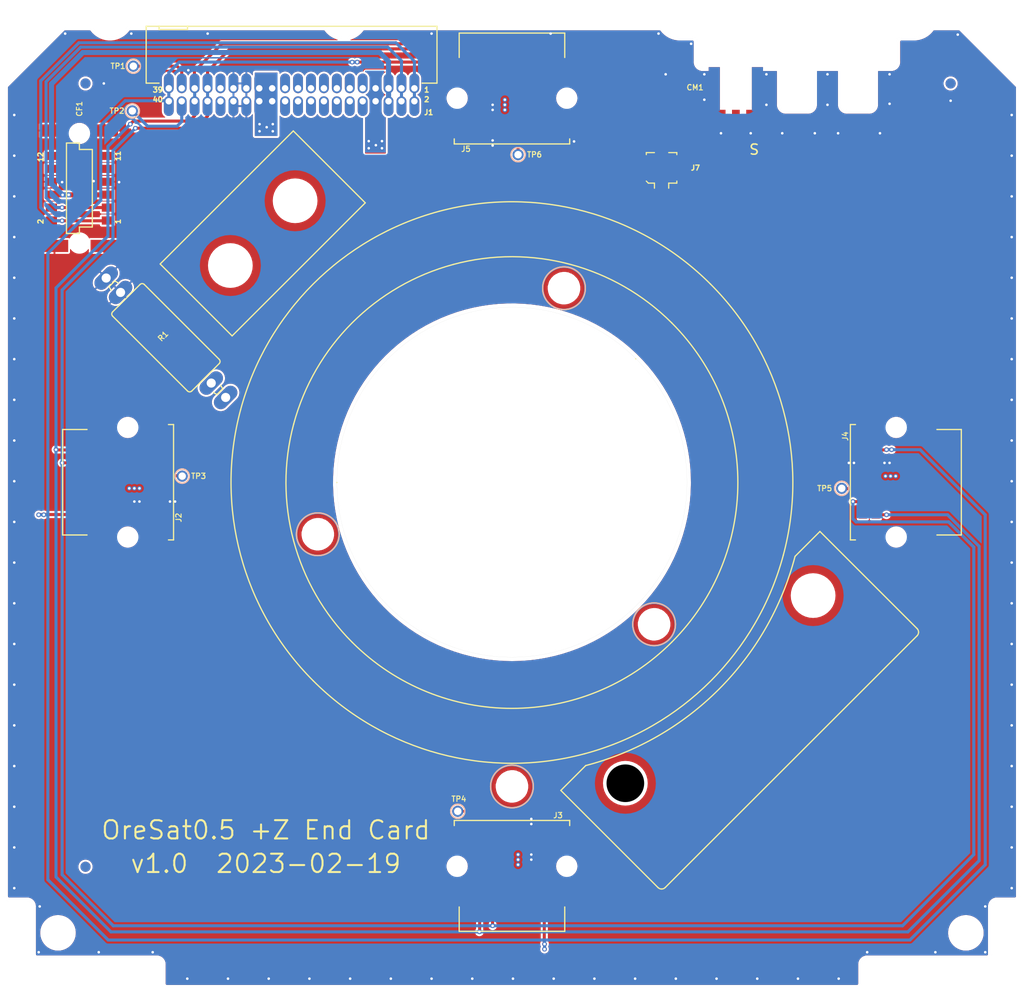
<source format=kicad_pcb>
(kicad_pcb (version 20211014) (generator pcbnew)
  (layers (0 "F.Cu" signal) (1 "In1.Cu" signal) (2 "In2.Cu" signal) (31 "B.Cu" signal) (34 "B.Paste" user) (35 "F.Paste" user) (36 "B.SilkS" user "B.Silkscreen") (37 "F.SilkS" user "F.Silkscreen") (38 "B.Mask" user) (39 "F.Mask" user) (44 "Edge.Cuts" user))
  (net 0 "")
  (net 1 "/MAG-SDA")
  (net 2 "GND")
  (net 3 "/MAG-SCL")
  (net 4 "/MAG-POWER")
  (net 9 "/HELICAL-DEPLOY")
  (net 10 "/CAN1_H")
  (net 17 "/CAN1_L")
  (net 18 "VBUS")
  (net 19 "Net-(J2-Pad7)")
  (net 20 "/C3-UART-TX")
  (net 21 "/C3-UART-RX")
  (net 22 "Net-(J3-Pad7)")
  (net 23 "Net-(J4-Pad7)")
  (net 24 "/~{SD}")
  (net 25 "/S BAND")
  (net 26 "Net-(J5-Pad7)")
  (footprint "oresat-connectors:J-SAMTEC-TFM-120-X1-XXX-D-RA" (layer "F.Cu") (at 126.8476 64.4144)
    (fp_text reference "J1")
    (fp_text value "J-SAMTEC-TFM-120-01-L-D-RA")
  )
  (footprint "oresat-footprints:J-Harwin-M55-7101242R" (layer "F.Cu") (at 186.2511 102.5036 90)
    (fp_text reference "J4")
    (fp_text value "Harwin M55-7101242R" hide)
  )
  (footprint "oresat-misc:M1.6 Mounting Hole" (layer "F.Cu") (at 162.466457 116.47069)
    (fp_text reference "HW6" hide)
    (fp_text value "M1.6_Mounting_Hole" hide)
  )
  (footprint "oresat-misc:M1.6 Mounting Hole" (layer "F.Cu") (at 129.424063 107.617007)
    (fp_text reference "HW5" hide)
    (fp_text value "M1.6_Mounting_Hole" hide)
  )
  (footprint "plusz-end-card-with-turnstile:1X01" (layer "F.Cu") (at 149.1011 70.3036 90)
    (fp_text reference "TP6")
    (fp_text value "TEST-POINT-LARGE-SQUARE" hide)
  )
  (footprint "oresat-footprints:H-MCMASTER-94100A150" (layer "F.Cu") (at 159.641565 132.094214)
    (fp_text reference "HW2" hide)
    (fp_text value "MCMASTER-94100A150" hide)
  )
  (footprint "oresat-footprints:H-MCMASTER-94100A150" (layer "F.Cu") (at 120.83201 81.200204)
    (fp_text reference "HW3" hide)
    (fp_text value "MCMASTER-94100A150" hide)
  )
  (footprint "plusz-end-card-with-turnstile:1X01" (layer "F.Cu") (at 116.1011 101.9036 90)
    (fp_text reference "TP3")
    (fp_text value "TEST-POINT-LARGE-SQUARE" hide)
  )
  (footprint "oresat-footprints:J-Harwin-M55-7101242R" (layer "F.Cu") (at 148.5011 140.2536)
    (fp_text reference "J3")
    (fp_text value "Harwin M55-7101242R" hide)
  )
  (footprint "oresat-footprints:H-MCMASTER-94100A150" (layer "F.Cu") (at 178.089981 113.645798)
    (fp_text reference "HW4" hide)
    (fp_text value "MCMASTER-94100A150" hide)
  )
  (footprint "plusz-end-card-with-turnstile:ORESAT-CARD-V1.3-GENERIC-3RF" (layer "F.Cu") (at 98.6 152.3)
    (fp_text reference "PCB1" hide)
    (fp_text value "ORESAT-CARD-V1.3-GENERIC-3RF" hide)
    (fp_line (start 97.55 -8.6) (end 99.3 -8.6) (layer "Edge.Cuts") (width 0.001))
    (fp_line (start 31.66795 -94.6) (end 12.13205 -94.6) (layer "Edge.Cuts") (width 0.001))
    (fp_line (start 15.5 -2.4) (end 15.5 -0.5) (layer "Edge.Cuts") (width 0.001))
    (fp_line (start 82.81 -86.4) (end 84.99 -86.4) (layer "Edge.Cuts") (width 0.001))
    (fp_line (start 79.49 -86.9) (end 79.49 -90.6) (layer "Edge.Cuts") (width 0.001))
    (fp_line (start 89.4 -93.6) (end 88.16795 -93.6) (layer "Edge.Cuts") (width 0.001))
    (fp_line (start 68.13205 -93.1) (end 68.13205 -91.1) (layer "Edge.Cuts") (width 0.001))
    (fp_line (start 76.81 -86.4) (end 78.99 -86.4) (layer "Edge.Cuts") (width 0.001))
    (fp_line (start 3.25 -2.9) (end 15 -2.9) (layer "Edge.Cuts") (width 0.001))
    (fp_line (start 70.31 -90.6) (end 70.31 -86.9) (layer "Edge.Cuts") (width 0.001))
    (fp_line (start 76.31 -90.6) (end 73.49 -90.6) (layer "Edge.Cuts") (width 0.001))
    (fp_line (start 85.49 -86.9) (end 85.49 -90.6) (layer "Edge.Cuts") (width 0.001))
    (fp_line (start 94 -94.6) (end 91.13205 -94.6) (layer "Edge.Cuts") (width 0.001))
    (fp_line (start 66.4 -93.6) (end 67.63205 -93.6) (layer "Edge.Cuts") (width 0.001))
    (fp_line (start 82.31 -90.6) (end 79.49 -90.6) (layer "Edge.Cuts") (width 0.001))
    (fp_line (start 2.75 -8.1) (end 2.75 -3.4) (layer "Edge.Cuts") (width 0.001))
    (fp_line (start 5.8 -94.6) (end 0 -88.8) (layer "Edge.Cuts") (width 0.001))
    (fp_line (start 84.3 -0.5) (end 84.3 -2.4) (layer "Edge.Cuts") (width 0.001))
    (fp_line (start 82.31 -86.9) (end 82.31 -90.6) (layer "Edge.Cuts") (width 0.001))
    (fp_line (start 87.16795 -90.6) (end 85.49 -90.6) (layer "Edge.Cuts") (width 0.001))
    (fp_line (start 64.66795 -94.6) (end 35.13205 -94.6) (layer "Edge.Cuts") (width 0.001))
    (fp_line (start 97.05 -3.4) (end 97.05 -8.1) (layer "Edge.Cuts") (width 0.001))
    (fp_line (start 16 0) (end 83.8 0) (layer "Edge.Cuts") (width 0.001))
    (fp_line (start 87.66795 -93.1) (end 87.66795 -91.1) (layer "Edge.Cuts") (width 0.001))
    (fp_line (start 70.81 -86.4) (end 72.99 -86.4) (layer "Edge.Cuts") (width 0.001))
    (fp_line (start 76.31 -86.9) (end 76.31 -90.6) (layer "Edge.Cuts") (width 0.001))
    (fp_line (start 8.66795 -94.6) (end 5.8 -94.6) (layer "Edge.Cuts") (width 0.001))
    (fp_line (start 84.8 -2.9) (end 96.55 -2.9) (layer "Edge.Cuts") (width 0.001))
    (fp_line (start 68.63205 -90.6) (end 70.31 -90.6) (layer "Edge.Cuts") (width 0.001))
    (fp_line (start 73.49 -86.9) (end 73.49 -90.6) (layer "Edge.Cuts") (width 0.001))
    (fp_line (start 99.8 -9.1) (end 99.8 -88.8) (layer "Edge.Cuts") (width 0.001))
    (fp_line (start 0.5 -8.6) (end 2.25 -8.6) (layer "Edge.Cuts") (width 0.001))
    (fp_line (start 0 -88.8) (end 0 -9.1) (layer "Edge.Cuts") (width 0.001))
    (fp_line (start 99.8 -88.8) (end 94 -94.6) (layer "Edge.Cuts") (width 0.001))
    (fp_arc (start 0.5 -8.6) (mid 0.146447 -8.746447) (end 0 -9.1) (layer "Edge.Cuts") (width 0.001))
    (fp_arc (start 79.49 -86.9) (mid 79.343553 -86.546447) (end 78.99 -86.4) (layer "Edge.Cuts") (width 0.001))
    (fp_arc (start 85.49 -86.9) (mid 85.343553 -86.546447) (end 84.99 -86.4) (layer "Edge.Cuts") (width 0.001))
    (fp_arc (start 97.05 -3.4) (mid 96.903553 -3.046447) (end 96.55 -2.9) (layer "Edge.Cuts") (width 0.001))
    (fp_arc (start 16 0) (mid 15.646447 -0.146447) (end 15.5 -0.5) (layer "Edge.Cuts") (width 0.001))
    (fp_arc (start 91.132049 -94.6) (mid 90.399999 -93.86795) (end 89.4 -93.6) (layer "Edge.Cuts") (width 0.001))
    (fp_arc (start 66.399999 -93.6) (mid 65.4 -93.867949) (end 64.66795 -94.6) (layer "Edge.Cuts") (width 0.001))
    (fp_arc (start 99.8 -9.1) (mid 99.653553 -8.746447) (end 99.3 -8.6) (layer "Edge.Cuts") (width 0.001))
    (fp_arc (start 35.132049 -94.599999) (mid 33.399999 -93.600001) (end 31.66795 -94.6) (layer "Edge.Cuts") (width 0.001))
    (fp_arc (start 97.05 -8.1) (mid 97.196447 -8.453553) (end 97.55 -8.6) (layer "Edge.Cuts") (width 0.001))
    (fp_arc (start 70.81 -86.4) (mid 70.456447 -86.546447) (end 70.31 -86.9) (layer "Edge.Cuts") (width 0.001))
    (fp_arc (start 2.25 -8.6) (mid 2.603553 -8.453553) (end 2.75 -8.1) (layer "Edge.Cuts") (width 0.001))
    (fp_arc (start 82.81 -86.4) (mid 82.456447 -86.546447) (end 82.31 -86.9) (layer "Edge.Cuts") (width 0.001))
    (fp_arc (start 3.25 -2.9) (mid 2.896447 -3.046447) (end 2.75 -3.4) (layer "Edge.Cuts") (width 0.001))
    (fp_arc (start 84.3 -2.4) (mid 84.446447 -2.753553) (end 84.8 -2.9) (layer "Edge.Cuts") (width 0.001))
    (fp_arc (start 68.63205 -90.6) (mid 68.278529 -90.746464) (end 68.13205 -91.1) (layer "Edge.Cuts") (width 0.001))
    (fp_arc (start 84.3 -0.5) (mid 84.153553 -0.146447) (end 83.8 0) (layer "Edge.Cuts") (width 0.001))
    (fp_arc (start 87.66795 -91.1) (mid 87.521506 -90.746429) (end 87.16795 -90.6) (layer "Edge.Cuts") (width 0.001))
    (fp_arc (start 15 -2.9) (mid 15.353553 -2.753553) (end 15.5 -2.4) (layer "Edge.Cuts") (width 0.001))
    (fp_arc (start 73.49 -86.9) (mid 73.343553 -86.546447) (end 72.99 -86.4) (layer "Edge.Cuts") (width 0.001))
    (fp_arc (start 67.63205 -93.6) (mid 67.985571 -93.453536) (end 68.13205 -93.1) (layer "Edge.Cuts") (width 0.001))
    (fp_arc (start 87.66795 -93.1) (mid 87.814394 -93.453571) (end 88.16795 -93.6) (layer "Edge.Cuts") (width 0.001))
    (fp_arc (start 76.81 -86.4) (mid 76.456447 -86.546447) (end 76.31 -86.9) (layer "Edge.Cuts") (width 0.001))
    (fp_arc (start 12.132049 -94.599999) (mid 10.399999 -93.600001) (end 8.66795 -94.6) (layer "Edge.Cuts") (width 0.001))
  )
  (footprint "plusz-end-card-with-turnstile:1X01" (layer "F.Cu") (at 180.8988 103.1036 90)
    (fp_text reference "TP5")
    (fp_text value "TEST-POINT-LARGE-SQUARE" hide)
  )
  (footprint "oresat-connectors:U.FL_Molex_MCRF_73412-0110_Vertical" (layer "F.Cu") (at 163.2 71.6)
    (fp_text reference "J7")
    (fp_text value "U.FL2PIN")
  )
  (footprint "plusz-end-card-with-turnstile:1X01" (layer "F.Cu") (at 111.3011 61.6036)
    (fp_text reference "TP1")
    (fp_text value "TEST-POINT-LARGE-SQUARE" hide)
  )
  (footprint "plusz-end-card-with-turnstile:1X01" (layer "F.Cu") (at 143.175 134.85 180)
    (fp_text reference "TP4")
    (fp_text value "TEST-POINT-LARGE-SQUARE" hide)
  )
  (footprint "oresat-misc:M1.6 Mounting Hole" (layer "F.Cu") (at 148.501098 132.405331)
    (fp_text reference "HW7" hide)
    (fp_text value "M1.6_Mounting_Hole" hide)
  )
  (footprint "oresat-footprints:J-Harwin-M55-7101242R" (layer "F.Cu") (at 110.7511 102.5036 -90)
    (fp_text reference "J2")
    (fp_text value "Harwin M55-7101242R" hide)
  )
  (footprint "plusz-end-card-with-turnstile:HARWIN-M55-60X1242R" (layer "F.Cu") (at 106.0011 73.6036 90)
    (fp_text reference "CF1")
    (fp_text value "J-HARWIN-M55-6001242R" hide)
  )
  (footprint "plusz-end-card-with-turnstile:FIDUCIAL-1.0X2.0" (layer "F.Cu") (at 191.6011 63.3036)
    (fp_text reference "FIDUCIAL3" hide)
    (fp_text value "FIDUCIAL-1.0X2.0" hide)
  )
  (footprint "oresat-footprints:H-MCMASTER-94100A150" (layer "F.Cu") (at 127.195971 74.836243)
    (fp_text reference "HW1" hide)
    (fp_text value "MCMASTER-94100A150" hide)
  )
  (footprint "plusz-end-card-with-turnstile:FIDUCIAL-1.0X2.0" (layer "F.Cu") (at 106.6011 140.3036)
    (fp_text reference "FIDUCIAL1" hide)
    (fp_text value "FIDUCIAL-1.0X2.0" hide)
  )
  (footprint "oresat-misc:M1.6 Mounting Hole" (layer "F.Cu") (at 153.612774 83.428296)
    (fp_text reference "HW8" hide)
    (fp_text value "M1.6_Mounting_Hole" hide)
  )
  (footprint "plusz-end-card-with-turnstile:1X01" (layer "F.Cu") (at 111.2011 66.0036)
    (fp_text reference "TP2")
    (fp_text value "TEST-POINT-LARGE-SQUARE" hide)
  )
  (footprint "plusz-end-card-with-turnstile:FIDUCIAL-1.0X2.0" (layer "F.Cu") (at 106.6011 63.3036)
    (fp_text reference "FIDUCIAL2" hide)
    (fp_text value "FIDUCIAL-1.0X2.0" hide)
  )
  (footprint "oresat-footprints:J-Harwin-M55-7101242R" (layer "F.Cu") (at 148.5011 64.75 180)
    (fp_text reference "J5")
    (fp_text value "Harwin M55-7101242R" hide)
  )
  (footprint "oresat-passives:R-PAC100-FOR-MELTWIRE" (layer "F.Cu") (at 114.5 88.3 45)
    (fp_text reference "R1")
    (fp_text value "7.5  1W" hide)
  )
  (footprint "oresat-connectors:J-MOLEX-SMPM-073300-003X" (layer "F.Cu") (at 170.5 61.7)
    (fp_text reference "CM1")
    (fp_text value "J-MOLEX-SMPM-73300-003X" hide)
  )
  (footprint "plusz-end-card-with-turnstile:FIDUCIAL-1.0X2.0" (layer "B.Cu") (at 106.6011 63.3036 180)
    (fp_text reference "FIDUCIAL4" hide)
    (fp_text value "FIDUCIAL-1.0X2.0" hide)
  )
  (footprint "plusz-end-card-with-turnstile:FIDUCIAL-1.0X2.0" (layer "B.Cu") (at 191.6011 63.3036 180)
    (fp_text reference "FIDUCIAL5" hide)
    (fp_text value "FIDUCIAL-1.0X2.0" hide)
  )
  (footprint "plusz-end-card-with-turnstile:FIDUCIAL-1.0X2.0" (layer "B.Cu") (at 106.6011 140.3036 180)
    (fp_text reference "FIDUCIAL6" hide)
    (fp_text value "FIDUCIAL-1.0X2.0" hide)
  )
  (gr_line (start 131.29797 102.531366) (end 131.29797 102.531366) (layer "F.SilkS") (width 0.127))
  (gr_curve (pts (xy 141.350819 75.869821) (xy 131.825986 78.419667) (xy 124.386296 85.859343) (xy 121.83643 95.38417)) (layer "F.SilkS") (width 0.127))
  (gr_curve (pts (xy 175.15951 109.67858) (xy 177.709375 100.153753) (xy 174.981664 89.99219) (xy 168.004694 83.024691)) (layer "F.SilkS") (width 0.127))
  (gr_curve (pts (xy 168.004694 83.024691) (xy 161.037209 76.047707) (xy 150.875652 73.319975) (xy 141.350819 75.869821)) (layer "F.SilkS") (width 0.127))
  (gr_line (start 127.016072 67.967995) (end 134.087143 75.039064) (layer "F.SilkS") (width 0.127))
  (gr_curve (pts (xy 155.746677 130.355236) (xy 165.821075 127.729018) (xy 173.688526 119.861543) (xy 176.314714 109.787137)) (layer "F.SilkS") (width 0.127))
  (gr_line (start 113.934592 81.049471) (end 127.016072 67.967995) (layer "F.SilkS") (width 0.127))
  (gr_curve (pts (xy 164.193539 118.231364) (xy 172.86319 109.561726) (xy 172.863201 95.505454) (xy 164.193563 86.835803)) (layer "F.SilkS") (width 0.127))
  (gr_curve (pts (xy 164.193563 86.835803) (xy 158.58529 81.227522) (xy 150.41105 79.037234) (xy 142.75 81.09)) (layer "F.SilkS") (width 0.127))
  (gr_curve (pts (xy 128.991246 122.038059) (xy 135.958731 129.015044) (xy 146.120288 131.742776) (xy 155.645121 129.19293)) (layer "F.SilkS") (width 0.127))
  (gr_curve (pts (xy 121.83643 95.38417) (xy 119.286565 104.908998) (xy 122.014276 115.07056) (xy 128.991246 122.038059)) (layer "F.SilkS") (width 0.127))
  (gr_curve (pts (xy 155.645121 129.19293) (xy 165.169954 126.643083) (xy 172.609644 119.203408) (xy 175.15951 109.67858)) (layer "F.SilkS") (width 0.127))
  (gr_line (start 155.746677 130.355236) (end 153.302771 132.799087) (layer "F.SilkS") (width 0.127))
  (gr_curve (pts (xy 188.304535 117.596314) (xy 188.398309 117.502545) (xy 188.450991 117.375364) (xy 188.450991 117.242751)) (layer "F.SilkS") (width 0.127))
  (gr_line (start 160.658015 90.371324) (end 160.658015 90.371324) (layer "F.SilkS") (width 0.127))
  (gr_curve (pts (xy 127.052207 96.787768) (xy 124.99943 104.448815) (xy 127.189705 112.623059) (xy 132.797977 118.23134)) (layer "F.SilkS") (width 0.127))
  (gr_line (start 164.193563 86.835803) (end 164.193563 86.835803) (layer "F.SilkS") (width 0.127))
  (gr_curve (pts (xy 162.848726 142.345047) (xy 162.942495 142.438819) (xy 163.069674 142.4915) (xy 163.202286 142.4915)) (layer "F.SilkS") (width 0.127))
  (gr_line (start 178.758617 107.34326) (end 176.314714 109.787137) (layer "F.SilkS") (width 0.127))
  (gr_line (start 188.304535 117.596314) (end 163.555846 142.345047) (layer "F.SilkS") (width 0.127))
  (gr_line (start 178.758617 107.34326) (end 188.304535 116.889188) (layer "F.SilkS") (width 0.127))
  (gr_curve (pts (xy 188.450991 117.242751) (xy 188.450991 117.110138) (xy 188.398309 116.982957) (xy 188.304535 116.889188)) (layer "F.SilkS") (width 0.127))
  (gr_line (start 121.005664 88.12054) (end 134.087143 75.039064) (layer "F.SilkS") (width 0.127))
  (gr_curve (pts (xy 132.797977 118.23134) (xy 141.467615 126.900991) (xy 155.523887 126.901002) (xy 164.193539 118.231364)) (layer "F.SilkS") (width 0.127))
  (gr_line (start 153.302771 132.799087) (end 162.848726 142.345047) (layer "F.SilkS") (width 0.127))
  (gr_line (start 113.934592 81.049471) (end 121.005664 88.12054) (layer "F.SilkS") (width 0.127))
  (gr_line (start 168.004694 83.024691) (end 168.004694 83.024691) (layer "F.SilkS") (width 0.127))
  (gr_curve (pts (xy 163.202286 142.4915) (xy 163.334897 142.4915) (xy 163.462077 142.438819) (xy 163.555846 142.345047)) (layer "F.SilkS") (width 0.127))
  (gr_curve (pts (xy 142.75 81.09) (xy 135.08895 83.142766) (xy 129.104985 89.126721) (xy 127.052207 96.787768)) (layer "F.SilkS") (width 0.127))
  (gr_circle (center 148.501098 102.505331) (end 165.701098 102.505331) (layer "Edge.Cuts") (width 0.01) (fill none))
  (gr_text "v1.0  2023-02-19" (at 110.9 141.05) (layer "F.SilkS") (effects (font (size 1.8 1.8) (thickness 0.2)) (justify left bottom)))
  (gr_text "OreSat0.5 +Z End Card" (at 108.03 137.75) (layer "F.SilkS") (effects (font (size 1.8 1.8) (thickness 0.2)) (justify left bottom)))
  (gr_text "S" (at 172.3 69.8) (layer "F.SilkS") (effects (font (size 1 1))))
  (segment (start 108.7261 76.8036) (end 108.7511 76.7786) (width 0.3) (layer "F.Cu") (net 1))
  (segment (start 104.3011 76.8036) (end 108.7261 76.8036) (width 0.3) (layer "F.Cu") (net 1))
  (segment (start 104.3011 76.8036) (end 103.2761 76.8036) (width 0.3) (layer "F.Cu") (net 1))
  (segment (start 103.2761 76.8036) (end 103.2511 76.7786) (width 0.3) (layer "F.Cu") (net 1))
  (via (at 104.3011 76.8036) (size 0.4572) (drill 0.254) (layers "F.Cu" "B.Cu") (net 1))
  (segment (start 103.5011 76.8036) (end 104.3011 76.8036) (width 0.3) (layer "B.Cu") (net 1))
  (segment (start 138.9161 61.1186) (end 137.1011 59.3036) (width 0.3) (layer "B.Cu") (net 1))
  (segment (start 137.1011 59.3036) (end 105.9511 59.3036) (width 0.3) (layer "B.Cu") (net 1))
  (segment (start 138.9161 65.0386) (end 138.9161 63.7686) (width 0.3) (layer "B.Cu") (net 1))
  (segment (start 138.9161 63.7686) (end 138.9161 61.1186) (width 0.3) (layer "B.Cu") (net 1))
  (segment (start 102.2011 63.0536) (end 102.2011 75.5036) (width 0.3) (layer "B.Cu") (net 1))
  (segment (start 102.2011 75.5036) (end 103.5011 76.8036) (width 0.3) (layer "B.Cu") (net 1))
  (segment (start 105.9511 59.3036) (end 102.2011 63.0536) (width 0.3) (layer "B.Cu") (net 1))
  (segment (start 114.0211 104.4086) (end 112.7511 104.4086) (width 0.6) (layer "F.Cu") (net 2))
  (segment (start 114.8961 104.4086) (end 114.0211 104.4086) (width 0.6) (layer "F.Cu") (net 2))
  (segment (start 114.9011 104.4036) (end 114.8961 104.4086) (width 0.6) (layer "F.Cu") (net 2))
  (segment (start 146.5961 68.0236) (end 146.5961 66.7536) (width 0.6) (layer "F.Cu") (net 2))
  (segment (start 182.9811 100.5986) (end 184.2511 100.5986) (width 0.6) (layer "F.Cu") (net 2))
  (segment (start 146.6011 68.9036) (end 146.6011 68.0286) (width 0.6) (layer "F.Cu") (net 2))
  (segment (start 111.9011 104.4036) (end 111.4011 104.4036) (width 0.6) (layer "F.Cu") (net 2))
  (segment (start 150.4061 139.0986) (end 150.4011 139.1036) (width 0.6) (layer "F.Cu") (net 2))
  (segment (start 115.4011 104.4036) (end 114.9011 104.4036) (width 0.6) (layer "F.Cu") (net 2))
  (segment (start 146.6011 65.9036) (end 146.6011 65.4036) (width 0.6) (layer "F.Cu") (net 2))
  (segment (start 146.5961 66.7536) (end 146.5961 65.9086) (width 0.6) (layer "F.Cu") (net 2))
  (segment (start 146.5961 65.9086) (end 146.6011 65.9036) (width 0.6) (layer "F.Cu") (net 2))
  (segment (start 185.3961 100.5986) (end 185.4011 100.6036) (width 0.5) (layer "F.Cu") (net 2))
  (segment (start 150.4061 138.2536) (end 150.4061 139.0986) (width 0.6) (layer "F.Cu") (net 2))
  (segment (start 185.0961 100.5986) (end 185.1011 100.6036) (width 0.6) (layer "F.Cu") (net 2))
  (segment (start 150.4011 136.1036) (end 150.4061 136.1086) (width 0.6) (layer "F.Cu") (net 2))
  (segment (start 150.4061 136.1086) (end 150.4061 136.9836) (width 0.6) (layer "F.Cu") (net 2))
  (segment (start 146.6011 69.4036) (end 146.6011 68.9036) (width 0.6) (layer "F.Cu") (net 2))
  (segment (start 112.7511 104.4086) (end 111.9061 104.4086) (width 0.6) (layer "F.Cu") (net 2))
  (segment (start 184.2511 100.5986) (end 185.0961 100.5986) (width 0.6) (layer "F.Cu") (net 2))
  (segment (start 181.7961 100.5986) (end 181.7011 100.5036) (width 0.5) (layer "F.Cu") (net 2))
  (segment (start 182.1011 100.6036) (end 182.1061 100.5986) (width 0.6) (layer "F.Cu") (net 2))
  (segment (start 146.6011 68.0286) (end 146.5961 68.0236) (width 0.6) (layer "F.Cu") (net 2))
  (segment (start 111.9061 104.4086) (end 111.9011 104.4036) (width 0.6) (layer "F.Cu") (net 2))
  (segment (start 182.1061 100.5986) (end 182.9811 100.5986) (width 0.6) (layer "F.Cu") (net 2))
  (segment (start 150.4061 136.9836) (end 150.4061 138.2536) (width 0.6) (layer "F.Cu") (net 2))
  (via (at 146.6011 65.4036) (size 0.4572) (drill 0.254) (layers "F.Cu" "B.Cu") (net 2))
  (via (at 197.6011 90.4036) (size 0.4572) (drill 0.254) (layers "F.Cu" "B.Cu") (net 2))
  (via (at 99.6011 114.4036) (size 0.4572) (drill 0.254) (layers "F.Cu" "B.Cu") (net 2))
  (via (at 140.6011 58.4036) (size 0.4572) (drill 0.254) (layers "F.Cu" "B.Cu") (net 2))
  (via (at 171.958 68.199) (size 0.4572) (drill 0.254) (layers "F.Cu" "B.Cu") (net 2))
  (via (at 107.9011 148.7036) (size 0.4572) (drill 0.254) (layers "F.Cu" "B.Cu") (net 2))
  (via (at 109.9011 73.0036) (size 0.4572) (drill 0.254) (layers "F.Cu" "B.Cu") (net 2))
  (via (at 99.6011 102.4036) (size 0.4572) (drill 0.254) (layers "F.Cu" "B.Cu") (net 2))
  (via (at 99.6011 122.4036) (size 0.4572) (drill 0.254) (layers "F.Cu" "B.Cu") (net 2))
  (via (at 182.1011 100.6036) (size 0.4572) (drill 0.254) (layers "F.Cu" "B.Cu") (net 2))
  (via (at 166.1011 59.4036) (size 0.4572) (drill 0.254) (layers "F.Cu" "B.Cu") (net 2))
  (via (at 197.6011 142.4036) (size 0.4572) (drill 0.254) (layers "F.Cu" "B.Cu") (net 2))
  (via (at 146.6011 68.9036) (size 0.4572) (drill 0.254) (layers "F.Cu" "B.Cu") (net 2))
  (via (at 197.6011 66.4036) (size 0.4572) (drill 0.254) (layers "F.Cu" "B.Cu") (net 2))
  (via (at 197.6011 106.4036) (size 0.4572) (drill 0.254) (layers "F.Cu" "B.Cu") (net 2))
  (via (at 99.6011 70.4036) (size 0.4572) (drill 0.254) (layers "F.Cu" "B.Cu") (net 2))
  (via (at 190.1011 148.7036) (size 0.4572) (drill 0.254) (layers "F.Cu" "B.Cu") (net 2))
  (via (at 183.4011 148.7036) (size 0.4572) (drill 0.254) (layers "F.Cu" "B.Cu") (net 2))
  (via (at 140.6011 151.3036) (size 0.4572) (drill 0.254) (layers "F.Cu" "B.Cu") (net 2))
  (via (at 114.9011 104.4036) (size 0.4572) (drill 0.254) (layers "F.Cu" "B.Cu") (net 2))
  (via (at 99.6011 90.4036) (size 0.4572) (drill 0.254) (layers "F.Cu" "B.Cu") (net 2))
  (via (at 197.6011 98.4036) (size 0.4572) (drill 0.254) (layers "F.Cu" "B.Cu") (net 2))
  (via (at 173.5011 62.4036) (size 0.4572) (drill 0.254) (layers "F.Cu" "B.Cu") (net 2))
  (via (at 99.6011 86.4036) (size 0.4572) (drill 0.254) (layers "F.Cu" "B.Cu") (net 2))
  (via (at 167.4011 62.4036) (size 0.4572) (drill 0.254) (layers "F.Cu" "B.Cu") (net 2))
  (via (at 113.2011 148.7036) (size 0.4572) (drill 0.254) (layers "F.Cu" "B.Cu") (net 2))
  (via (at 197.6011 94.4036) (size 0.4572) (drill 0.254) (layers "F.Cu" "B.Cu") (net 2))
  (via (at 111.4011 104.4036) (size 0.4572) (drill 0.254) (layers "F.Cu" "B.Cu") (net 2))
  (via (at 180.6011 151.3036) (size 0.4572) (drill 0.254) (layers "F.Cu" "B.Cu") (net 2))
  (via (at 197.6011 86.4036) (size 0.4572) (drill 0.254) (layers "F.Cu" "B.Cu") (net 2))
  (via (at 99.6011 82.4036) (size 0.4572) (drill 0.254) (layers "F.Cu" "B.Cu") (net 2))
  (via (at 185.6011 100.6036) (size 0.4572) (drill 0.254) (layers "F.Cu" "B.Cu") (net 2))
  (via (at 120.6011 151.3036) (size 0.4572) (drill 0.254) (layers "F.Cu" "B.Cu") (net 2))
  (via (at 197.6011 122.4036) (size 0.4572) (drill 0.254) (layers "F.Cu" "B.Cu") (net 2))
  (via (at 146.6011 65.9036) (size 0.4572) (drill 0.254) (layers "F.Cu" "B.Cu") (net 2))
  (via (at 104.3011 73.0036) (size 0.4572) (drill 0.254) (layers "F.Cu" "B.Cu") (net 2))
  (via (at 197.6011 82.4036) (size 0.4572) (drill 0.254) (layers "F.Cu" "B.Cu") (net 2))
  (via (at 184.658 68.199) (size 0.4572) (drill 0.254) (layers "F.Cu" "B.Cu") (net 2))
  (via (at 111.1011 58.4036) (size 0.4572) (drill 0.254) (layers "F.Cu" "B.Cu") (net 2))
  (via (at 144.6011 151.3036) (size 0.4572) (drill 0.254) (layers "F.Cu" "B.Cu") (net 2))
  (via (at 185.6011 65.3036) (size 0.4572) (drill 0.254) (layers "F.Cu" "B.Cu") (net 2))
  (via (at 128.6011 151.3036) (size 0.4572) (drill 0.254) (layers "F.Cu" "B.Cu") (net 2))
  (via (at 156.6011 151.3036) (size 0.4572) (drill 0.254) (layers "F.Cu" "B.Cu") (net 2))
  (via (at 178.2572 68.199) (size 0.4572) (drill 0.254) (layers "F.Cu" "B.Cu") (net 2))
  (via (at 167.4011 64.9036) (size 0.4572) (drill 0.254) (layers "F.Cu" "B.Cu") (net 2))
  (via (at 150.4011 139.6036) (size 0.4572) (drill 0.254) (layers "F.Cu" "B.Cu") (net 2))
  (via (at 163.6011 62.4036) (size 0.4572) (drill 0.254) (layers "F.Cu" "B.Cu") (net 2))
  (via (at 169.037 68.199) (size 0.4572) (drill 0.254) (layers "F.Cu" "B.Cu") (net 2))
  (via (at 197.6011 114.4036) (size 0.4572) (drill 0.254) (layers "F.Cu" "B.Cu") (net 2))
  (via (at 99.6011 74.4036) (size 0.4572) (drill 0.254) (layers "F.Cu" "B.Cu") (net 2))
  (via (at 99.6011 106.4036) (size 0.4572) (drill 0.254) (layers "F.Cu" "B.Cu") (net 2))
  (via (at 99.6011 118.4036) (size 0.4572) (drill 0.254) (layers "F.Cu" "B.Cu") (net 2))
  (via (at 104.6011 58.4036) (size 0.4572) (drill 0.254) (layers "F.Cu" "B.Cu") (net 2))
  (via (at 99.6011 142.4036) (size 0.4572) (drill 0.254) (layers "F.Cu" "B.Cu") (net 2))
  (via (at 102.1011 144.2036) (size 0.4572) (drill 0.254) (layers "F.Cu" "B.Cu") (net 2))
  (via (at 185.6011 62.4036) (size 0.4572) (drill 0.254) (layers "F.Cu" "B.Cu") (net 2))
  (via (at 197.6011 74.4036) (size 0.4572) (drill 0.254) (layers "F.Cu" "B.Cu") (net 2))
  (via (at 108.4011 63.3036) (size 0.4572) (drill 0.254) (layers "F.Cu" "B.Cu") (net 2))
  (via (at 179.5011 65.4036) (size 0.4572) (drill 0.254) (layers "F.Cu" "B.Cu") (net 2))
  (via (at 116.6011 151.3036) (size 0.4572) (drill 0.254) (layers "F.Cu" "B.Cu") (net 2))
  (via (at 124.6011 151.3036) (size 0.4572) (drill 0.254) (layers "F.Cu" "B.Cu") (net 2))
  (via (at 172.6011 151.3036) (size 0.4572) (drill 0.254) (layers "F.Cu" "B.Cu") (net 2))
  (via (at 99.6011 134.4036) (size 0.4572) (drill 0.254) (layers "F.Cu" "B.Cu") (net 2))
  (via (at 179.5011 62.4036) (size 0.4572) (drill 0.254) (layers "F.Cu" "B.Cu") (net 2))
  (via (at 180.5432 68.199) (size 0.4572) (drill 0.254) (layers "F.Cu" "B.Cu") (net 2))
  (via (at 197.6011 130.4036) (size 0.4572) (drill 0.254) (layers "F.Cu" "B.Cu") (net 2))
  (via (at 197.6011 110.4036) (size 0.4572) (drill 0.254) (layers "F.Cu" "B.Cu") (net 2))
  (via (at 197.6011 138.4036) (size 0.4572) (drill 0.254) (layers "F.Cu" "B.Cu") (net 2))
  (via (at 150.4011 135.6036) (size 0.4572) (drill 0.254) (layers "F.Cu" "B.Cu") (net 2))
  (via (at 164.6011 151.3036) (size 0.4572) (drill 0.254) (layers "F.Cu" "B.Cu") (net 2))
  (via (at 118.6011 58.4036) (size 0.4572) (drill 0.254) (layers "F.Cu" "B.Cu") (net 2))
  (via (at 152.3011 58.4036) (size 0.4572) (drill 0.254) (layers "F.Cu" "B.Cu") (net 2))
  (via (at 111.9011 104.4036) (size 0.4572) (drill 0.254) (layers "F.Cu" "B.Cu") (net 2))
  (via (at 99.6011 78.4036) (size 0.4572) (drill 0.254) (layers "F.Cu" "B.Cu") (net 2))
  (via (at 150.4011 136.1036) (size 0.4572) (drill 0.254) (layers "F.Cu" "B.Cu") (net 2))
  (via (at 99.6011 126.4036) (size 0.4572) (drill 0.254) (layers "F.Cu" "B.Cu") (net 2))
  (via (at 197.6011 134.4036) (size 0.4572) (drill 0.254) (layers "F.Cu" "B.Cu") (net 2))
  (via (at 192.3011 58.5036) (size 0.4572) (drill 0.254) (layers "F.Cu" "B.Cu") (net 2))
  (via (at 136.6011 151.3036) (size 0.4572) (drill 0.254) (layers "F.Cu" "B.Cu") (net 2))
  (via (at 99.6011 98.4036) (size 0.4572) (drill 0.254) (layers "F.Cu" "B.Cu") (net 2))
  (via (at 197.6011 126.4036) (size 0.4572) (drill 0.254) (layers "F.Cu" "B.Cu") (net 2))
  (via (at 195.0011 148.7036) (size 0.4572) (drill 0.254) (layers "F.Cu" "B.Cu") (net 2))
  (via (at 176.6011 151.3036) (size 0.4572) (drill 0.254) (layers "F.Cu" "B.Cu") (net 2))
  (via (at 107.4011 72.9036) (size 0.4572) (drill 0.254) (layers "F.Cu" "B.Cu") (net 2))
  (via (at 185.1011 100.6036) (size 0.4572) (drill 0.254) (layers "F.Cu" "B.Cu") (net 2))
  (via (at 162.9011 58.4036) (size 0.4572) (drill 0.254) (layers "F.Cu" "B.Cu") (net 2))
  (via (at 160.6011 151.3036) (size 0.4572) (drill 0.254) (layers "F.Cu" "B.Cu") (net 2))
  (via (at 115.4011 104.4036) (size 0.4572) (drill 0.254) (layers "F.Cu" "B.Cu") (net 2))
  (via (at 99.6011 66.4036) (size 0.4572) (drill 0.254) (layers "F.Cu" "B.Cu") (net 2))
  (via (at 175.0568 68.199) (size 0.4572) (drill 0.254) (layers "F.Cu" "B.Cu") (net 2))
  (via (at 197.6011 102.4036) (size 0.4572) (drill 0.254) (layers "F.Cu" "B.Cu") (net 2))
  (via (at 150.4011 139.1036) (size 0.4572) (drill 0.254) (layers "F.Cu" "B.Cu") (net 2))
  (via (at 197.6011 78.4036) (size 0.4572) (drill 0.254) (layers "F.Cu" "B.Cu") (net 2))
  (via (at 116.7011 62.0036) (size 0.4572) (drill 0.254) (layers "F.Cu" "B.Cu") (net 2))
  (via (at 168.6011 151.3036) (size 0.4572) (drill 0.254) (layers "F.Cu" "B.Cu") (net 2))
  (via (at 146.6011 69.4036) (size 0.4572) (drill 0.254) (layers "F.Cu" "B.Cu") (net 2))
  (via (at 99.6011 138.4036) (size 0.4572) (drill 0.254) (layers "F.Cu" "B.Cu") (net 2))
  (via (at 197.6011 70.4036) (size 0.4572) (drill 0.254) (layers "F.Cu" "B.Cu") (net 2))
  (via (at 102.0011 148.7036) (size 0.4572) (drill 0.254) (layers "F.Cu" "B.Cu") (net 2))
  (via (at 132.6011 151.3036) (size 0.4572) (drill 0.254) (layers "F.Cu" "B.Cu") (net 2))
  (via (at 148.6011 151.3036) (size 0.4572) (drill 0.254) (layers "F.Cu" "B.Cu") (net 2))
  (via (at 99.6011 110.4036) (size 0.4572) (drill 0.254) (layers "F.Cu" "B.Cu") (net 2))
  (via (at 152.6011 151.3036) (size 0.4572) (drill 0.254) (layers "F.Cu" "B.Cu") (net 2))
  (via (at 99.6011 130.4036) (size 0.4572) (drill 0.254) (layers "F.Cu" "B.Cu") (net 2))
  (via (at 197.6011 118.4036) (size 0.4572) (drill 0.254) (layers "F.Cu" "B.Cu") (net 2))
  (via (at 173.5011 65.4036) (size 0.4572) (drill 0.254) (layers "F.Cu" "B.Cu") (net 2))
  (via (at 99.6011 94.4036) (size 0.4572) (drill 0.254) (layers "F.Cu" "B.Cu") (net 2))
  (via (at 154.6011 69.0036) (size 0.4572) (drill 0.254) (layers "F.Cu" "B.Cu") (net 2))
  (via (at 191.6011 65.0036) (size 0.4572) (drill 0.254) (layers "F.Cu" "B.Cu") (net 2))
  (via (at 181.6011 100.6036) (size 0.4572) (drill 0.254) (layers "F.Cu" "B.Cu") (net 2))
  (via (at 195.0011 144.2036) (size 0.4572) (drill 0.254) (layers "F.Cu" "B.Cu") (net 2))
  (segment (start 104.3011 75.5036) (end 103.2561 75.5036) (width 0.3) (layer "F.Cu") (net 3))
  (segment (start 103.2561 75.5036) (end 103.2511 75.5086) (width 0.3) (layer "F.Cu") (net 3))
  (segment (start 108.7461 75.5036) (end 108.7511 75.5086) (width 0.3) (layer "F.Cu") (net 3))
  (segment (start 104.3011 75.5036) (end 108.7461 75.5036) (width 0.3) (layer "F.Cu") (net 3))
  (via (at 104.3011 75.5036) (size 0.4572) (drill 0.254) (layers "F.Cu" "B.Cu") (net 3))
  (segment (start 102.728037 74.530538) (end 103.7011 75.5036) (width 0.3) (layer "B.Cu") (net 3))
  (segment (start 137.6461 61.0756) (end 136.3011 59.7306) (width 0.3) (layer "B.Cu") (net 3))
  (segment (start 137.6461 63.7686) (end 137.6461 65.0386) (width 0.3) (layer "B.Cu") (net 3))
  (segment (start 103.7011 75.5036) (end 104.3011 75.5036) (width 0.3) (layer "B.Cu") (net 3))
  (segment (start 137.6461 63.7686) (end 137.6461 61.0756) (width 0.3) (layer "B.Cu") (net 3))
  (segment (start 136.3011 59.7306) (end 106.127975 59.7306) (width 0.3) (layer "B.Cu") (net 3))
  (segment (start 106.127975 59.7306) (end 102.728037 63.130538) (width 0.3) (layer "B.Cu") (net 3))
  (segment (start 102.728037 63.130538) (end 102.728037 74.530538) (width 0.3) (layer "B.Cu") (net 3))
  (segment (start 108.7361 74.2536) (end 108.7511 74.2386) (width 0.5) (layer "F.Cu") (net 4))
  (segment (start 103.2661 74.2536) (end 103.2511 74.2386) (width 0.5) (layer "F.Cu") (net 4))
  (segment (start 104.3511 74.2536) (end 108.7361 74.2536) (width 0.5) (layer "F.Cu") (net 4))
  (segment (start 104.3511 74.2536) (end 103.2661 74.2536) (width 0.5) (layer "F.Cu") (net 4))
  (via (at 104.3511 74.2536) (size 0.4572) (drill 0.254) (layers "F.Cu" "B.Cu") (net 4))
  (via (at 104.9511 74.2536) (size 0.4572) (drill 0.254) (layers "F.Cu" "B.Cu") (net 4))
  (segment (start 104.3511 74.2536) (end 104.9511 74.2536) (width 0.5) (layer "B.Cu") (net 4))
  (segment (start 136.3761 61.1326) (end 135.5011 60.2576) (width 0.5) (layer "B.Cu") (net 4))
  (segment (start 103.255037 63.348832) (end 103.255037 73.157538) (width 0.5) (layer "B.Cu") (net 4))
  (segment (start 106.346268 60.2576) (end 103.255037 63.348832) (width 0.5) (layer "B.Cu") (net 4))
  (segment (start 136.3761 63.7686) (end 136.3761 61.1326) (width 0.5) (layer "B.Cu") (net 4))
  (segment (start 103.255037 73.157538) (end 104.3511 74.2536) (width 0.5) (layer "B.Cu") (net 4))
  (segment (start 135.5011 60.2576) (end 106.346268 60.2576) (width 0.5) (layer "B.Cu") (net 4))
  (segment (start 136.3761 65.0386) (end 136.3761 63.7686) (width 0.5) (layer "B.Cu") (net 4))
  (via (at 135.7284 69.6722) (size 0.4572) (drill 0.254) (layers "F.Cu" "B.Cu") (net 9))
  (via (at 134.4284 68.9722) (size 0.4572) (drill 0.254) (layers "F.Cu" "B.Cu") (net 9))
  (via (at 135.7284 68.9722) (size 0.4572) (drill 0.254) (layers "F.Cu" "B.Cu") (net 9))
  (via (at 135.1284 69.3722) (size 0.4572) (drill 0.254) (layers "F.Cu" "B.Cu") (net 9))
  (via (at 134.4284 69.6722) (size 0.4572) (drill 0.254) (layers "F.Cu" "B.Cu") (net 9))
  (segment (start 104.3061 100.5986) (end 104.3011 100.6036) (width 0.3) (layer "F.Cu") (net 10))
  (segment (start 118.5961 62.1086) (end 118.5961 63.7686) (width 0.3) (layer "F.Cu") (net 10))
  (segment (start 150.4061 64.6086) (end 145.7011 59.9036) (width 0.3) (layer "F.Cu") (net 10))
  (segment (start 146.5961 138.2536) (end 146.5961 146.1036) (width 0.3) (layer "F.Cu") (net 10))
  (segment (start 150.4061 66.7536) (end 150.4061 64.6086) (width 0.3) (layer "F.Cu") (net 10))
  (segment (start 150.4061 68.0236) (end 150.4061 66.7536) (width 0.3) (layer "F.Cu") (net 10))
  (segment (start 112.7511 100.5986) (end 104.3061 100.5986) (width 0.3) (layer "F.Cu") (net 10))
  (segment (start 120.8011 59.9036) (end 118.5961 62.1086) (width 0.3) (layer "F.Cu") (net 10))
  (segment (start 182.9811 104.4086) (end 182.0011 104.4086) (width 0.3) (layer "F.Cu") (net 10))
  (segment (start 114.0211 100.5986) (end 112.7511 100.5986) (width 0.3) (layer "F.Cu") (net 10))
  (segment (start 145.7011 59.9036) (end 120.8011 59.9036) (width 0.3) (layer "F.Cu") (net 10))
  (segment (start 117.4011 67.7036) (end 111.5011 67.7036) (width 0.3) (layer "F.Cu") (net 10))
  (segment (start 118.5961 65.0386) (end 118.5961 66.5086) (width 0.3) (layer "F.Cu") (net 10))
  (segment (start 146.5961 146.1036) (end 146.6011 146.1036) (width 0.3) (layer "F.Cu") (net 10))
  (segment (start 182.0011 104.4086) (end 182.0011 104.4036) (width 0.3) (layer "F.Cu") (net 10))
  (segment (start 118.5961 66.5086) (end 117.4011 67.7036) (width 0.3) (layer "F.Cu") (net 10))
  (segment (start 146.5961 136.9836) (end 146.5961 138.2536) (width 0.3) (layer "F.Cu") (net 10))
  (segment (start 184.2511 104.4086) (end 182.9811 104.4086) (width 0.3) (layer "F.Cu") (net 10))
  (via (at 104.3011 100.6036) (size 0.4572) (drill 0.254) (layers "F.Cu" "B.Cu") (net 10))
  (via (at 182.0011 104.4036) (size 0.4572) (drill 0.254) (layers "F.Cu" "B.Cu") (net 10))
  (via (at 146.6011 146.1036) (size 0.4572) (drill 0.254) (layers "F.Cu" "B.Cu") (net 10))
  (via (at 111.5011 67.7036) (size 0.4572) (drill 0.254) (layers "F.Cu" "B.Cu") (net 10))
  (segment (start 104.3011 100.6036) (end 104.3011 141.0766) (width 0.3) (layer "B.Cu") (net 10))
  (segment (start 111.5011 67.7036) (end 109.3011 69.9036) (width 0.3) (layer "B.Cu") (net 10))
  (segment (start 118.5961 65.0386) (end 118.5961 63.7686) (width 0.3) (layer "B.Cu") (net 10))
  (segment (start 182.3011 106.4036) (end 191.397225 106.4036) (width 0.3) (layer "B.Cu") (net 10))
  (segment (start 186.8741 146.1036) (end 193.8741 139.1036) (width 0.3) (layer "B.Cu") (net 10))
  (segment (start 104.3011 83.6036) (end 104.3011 100.6036) (width 0.3) (layer "B.Cu") (net 10))
  (segment (start 109.3011 78.6036) (end 104.3011 83.6036) (width 0.3) (layer "B.Cu") (net 10))
  (segment (start 186.8741 146.1036) (end 146.6011 146.1036) (width 0.3) (layer "B.Cu") (net 10))
  (segment (start 109.3011 69.9036) (end 109.3011 78.6036) (width 0.3) (layer "B.Cu") (net 10))
  (segment (start 104.3011 141.0766) (end 109.3281 146.1036) (width 0.3) (layer "B.Cu") (net 10))
  (segment (start 193.8741 108.880475) (end 191.397225 106.4036) (width 0.3) (layer "B.Cu") (net 10))
  (segment (start 182.0011 104.4036) (end 182.0011 106.1036) (width 0.3) (layer "B.Cu") (net 10))
  (segment (start 193.8741 139.1036) (end 193.8741 108.880475) (width 0.3) (layer "B.Cu") (net 10))
  (segment (start 182.0011 106.1036) (end 182.3011 106.4036) (width 0.3) (layer "B.Cu") (net 10))
  (segment (start 146.6011 146.1036) (end 109.3281 146.1036) (width 0.3) (layer "B.Cu") (net 10))
  (segment (start 114.0211 99.3286) (end 112.7511 99.3286) (width 0.3) (layer "F.Cu") (net 17))
  (segment (start 184.2511 105.6786) (end 182.9811 105.6786) (width 0.3) (layer "F.Cu") (net 17))
  (segment (start 112.7511 99.3286) (end 103.7261 99.3286) (width 0.3) (layer "F.Cu") (net 17))
  (segment (start 184.2511 105.7036) (end 184.2511 105.6786) (width 0.3) (layer "F.Cu") (net 17))
  (segment (start 151.6761 64.4786) (end 146.6011 59.4036) (width 0.3) (layer "F.Cu") (net 17))
  (segment (start 117.3261 65.0386) (end 117.3261 66.4786) (width 0.3) (layer "F.Cu") (net 17))
  (segment (start 116.8011 67.0036) (end 111.3011 67.0036) (width 0.3) (layer "F.Cu") (net 17))
  (segment (start 111.3011 67.0036) (end 111.0011 67.3036) (width 0.3) (layer "F.Cu") (net 17))
  (segment (start 117.3011 62.1036) (end 117.3011 63.7436) (width 0.3) (layer "F.Cu") (net 17))
  (segment (start 145.3261 136.9836) (end 145.3261 138.2536) (width 0.3) (layer "F.Cu") (net 17))
  (segment (start 120.0011 59.4036) (end 117.3011 62.1036) (width 0.3) (layer "F.Cu") (net 17))
  (segment (start 117.3011 63.7436) (end 117.3261 63.7686) (width 0.3) (layer "F.Cu") (net 17))
  (segment (start 117.3261 66.4786) (end 116.8011 67.0036) (width 0.3) (layer "F.Cu") (net 17))
  (segment (start 146.6011 59.4036) (end 120.0011 59.4036) (width 0.3) (layer "F.Cu") (net 17))
  (segment (start 145.3261 146.698) (end 145.3011 146.698) (width 0.3) (layer "F.Cu") (net 17))
  (segment (start 145.3261 138.2536) (end 145.3261 146.698) (width 0.3) (layer "F.Cu") (net 17))
  (segment (start 151.6761 66.7536) (end 151.6761 64.4786) (width 0.3) (layer "F.Cu") (net 17))
  (segment (start 185.3011 105.7036) (end 184.2511 105.7036) (width 0.3) (layer "F.Cu") (net 17))
  (segment (start 103.7261 99.3286) (end 103.7011 99.3036) (width 0.3) (layer "F.Cu") (net 17))
  (segment (start 151.6761 68.0236) (end 151.6761 66.7536) (width 0.3) (layer "F.Cu") (net 17))
  (via (at 185.3011 105.7036) (size 0.4572) (drill 0.254) (layers "F.Cu" "B.Cu") (net 17))
  (via (at 111.0011 67.3036) (size 0.4572) (drill 0.254) (layers "F.Cu" "B.Cu") (net 17))
  (via (at 145.3011 146.698) (size 0.4572) (drill 0.254) (layers "F.Cu" "B.Cu") (net 17))
  (via (at 103.7011 99.3036) (size 0.4572) (drill 0.254) (layers "F.Cu" "B.Cu") (net 17))
  (segment (start 103.7011 99.3036) (end 103.7011 141.3036) (width 0.3) (layer "B.Cu") (net 17))
  (segment (start 109.1011 146.7036) (end 145.3011 146.7036) (width 0.3) (layer "B.Cu") (net 17))
  (segment (start 194.4011 108.8036) (end 191.3011 105.7036) (width 0.3) (layer "B.Cu") (net 17))
  (segment (start 187.4011 146.7036) (end 194.4011 139.7036) (width 0.3) (layer "B.Cu") (net 17))
  (segment (start 103.7011 83.4036) (end 103.7011 99.3036) (width 0.3) (layer "B.Cu") (net 17))
  (segment (start 117.3261 63.7686) (end 117.3261 65.0386) (width 0.3) (layer "B.Cu") (net 17))
  (segment (start 145.3011 146.698) (end 145.3011 146.7036) (width 0.3) (layer "B.Cu") (net 17))
  (segment (start 191.3011 105.7036) (end 185.3011 105.7036) (width 0.3) (layer "B.Cu") (net 17))
  (segment (start 108.8011 69.5036) (end 108.8011 78.3036) (width 0.3) (layer "B.Cu") (net 17))
  (segment (start 108.8011 78.3036) (end 103.7011 83.4036) (width 0.3) (layer "B.Cu") (net 17))
  (segment (start 187.4011 146.7036) (end 145.3011 146.7036) (width 0.3) (layer "B.Cu") (net 17))
  (segment (start 111.0011 67.3036) (end 108.8011 69.5036) (width 0.3) (layer "B.Cu") (net 17))
  (segment (start 103.7011 141.3036) (end 109.1011 146.7036) (width 0.3) (layer "B.Cu") (net 17))
  (segment (start 194.4011 139.7036) (end 194.4011 108.8036) (width 0.3) (layer "B.Cu") (net 17))
  (segment (start 147.8661 68.0236) (end 147.8661 66.7536) (width 0.5) (layer "F.Cu") (net 18))
  (via (at 147.8011 64.9036) (size 0.4572) (drill 0.254) (layers "F.Cu" "B.Cu") (net 18))
  (via (at 186.2011 101.9036) (size 0.4572) (drill 0.254) (layers "F.Cu" "B.Cu") (net 18))
  (via (at 149.1011 140.1036) (size 0.4572) (drill 0.254) (layers "F.Cu" "B.Cu") (net 18))
  (via (at 123.7011 67.3036) (size 0.4572) (drill 0.254) (layers "F.Cu" "B.Cu") (net 18))
  (via (at 123.7011 68.0036) (size 0.4572) (drill 0.254) (layers "F.Cu" "B.Cu") (net 18))
  (via (at 124.4011 67.6036) (size 0.4572) (drill 0.254) (layers "F.Cu" "B.Cu") (net 18))
  (via (at 111.4011 103.1036) (size 0.4572) (drill 0.254) (layers "F.Cu" "B.Cu") (net 18))
  (via (at 149.1011 139.1036) (size 0.4572) (drill 0.254) (layers "F.Cu" "B.Cu") (net 18))
  (via (at 111.9011 103.1036) (size 0.4572) (drill 0.254) (layers "F.Cu" "B.Cu") (net 18))
  (via (at 125.0011 68.0036) (size 0.4572) (drill 0.254) (layers "F.Cu" "B.Cu") (net 18))
  (via (at 149.1011 139.6036) (size 0.4572) (drill 0.254) (layers "F.Cu" "B.Cu") (net 18))
  (via (at 125.0011 67.3036) (size 0.4572) (drill 0.254) (layers "F.Cu" "B.Cu") (net 18))
  (via (at 147.8011 65.9036) (size 0.4572) (drill 0.254) (layers "F.Cu" "B.Cu") (net 18))
  (via (at 185.2011 101.9036) (size 0.4572) (drill 0.254) (layers "F.Cu" "B.Cu") (net 18))
  (via (at 185.7011 101.9036) (size 0.4572) (drill 0.254) (layers "F.Cu" "B.Cu") (net 18))
  (via (at 110.9011 103.1036) (size 0.4572) (drill 0.254) (layers "F.Cu" "B.Cu") (net 18))
  (via (at 147.8011 65.4036) (size 0.4572) (drill 0.254) (layers "F.Cu" "B.Cu") (net 18))
  (segment (start 116.0661 101.8686) (end 116.1011 101.9036) (width 0.3) (layer "F.Cu") (net 19))
  (segment (start 112.7511 101.8686) (end 114.0211 101.8686) (width 0.3) (layer "F.Cu") (net 19))
  (segment (start 114.0211 101.8686) (end 116.0661 101.8686) (width 0.3) (layer "F.Cu") (net 19))
  (segment (start 115.6011 61.6036) (end 111.3011 61.6036) (width 0.3) (layer "F.Cu") (net 20))
  (segment (start 116.0561 62.0586) (end 115.6011 61.6036) (width 0.3) (layer "F.Cu") (net 20))
  (segment (start 116.0561 63.7686) (end 116.0561 62.0586) (width 0.3) (layer "F.Cu") (net 20))
  (segment (start 116.0561 67.0486) (end 115.6011 67.5036) (width 0.3) (layer "B.Cu") (net 21))
  (segment (start 112.7011 67.5036) (end 111.2011 66.0036) (width 0.3) (layer "B.Cu") (net 21))
  (segment (start 115.6011 67.5036) (end 112.7011 67.5036) (width 0.3) (layer "B.Cu") (net 21))
  (segment (start 116.0561 65.0386) (end 116.0561 67.0486) (width 0.3) (layer "B.Cu") (net 21))
  (segment (start 143.175 134.85) (end 146.575 134.85) (width 0.25) (layer "F.Cu") (net 22))
  (segment (start 147.8661 136.1411) (end 147.8661 136.9836) (width 0.25) (layer "F.Cu") (net 22))
  (segment (start 146.575 134.85) (end 147.8661 136.1411) (width 0.25) (layer "F.Cu") (net 22))
  (segment (start 147.8661 138.2536) (end 147.8661 136.9836) (width 0.3) (layer "F.Cu") (net 22))
  (segment (start 181.0011 103.1386) (end 181.0011 103.1036) (width 0.3) (layer "F.Cu") (net 23))
  (segment (start 184.2511 103.1386) (end 182.9811 103.1386) (width 0.3) (layer "F.Cu") (net 23))
  (segment (start 182.9811 103.1386) (end 181.0011 103.1386) (width 0.3) (layer "F.Cu") (net 23))
  (segment (start 185.3011 99.3286) (end 185.3011 99.3036) (width 0.3) (layer "F.Cu") (net 24))
  (segment (start 151.7011 147.9036) (end 151.7011 148.4036) (width 0.3) (layer "F.Cu") (net 24))
  (segment (start 102.0261 105.6786) (end 102.0011 105.7036) (width 0.3) (layer "F.Cu") (net 24))
  (segment (start 151.6761 136.9836) (end 151.6761 138.2536) (width 0.3) (layer "F.Cu") (net 24))
  (segment (start 145.3261 61.6286) (end 144.2011 60.5036) (width 0.3) (layer "F.Cu") (net 24))
  (segment (start 145.3261 66.7536) (end 145.3261 61.6286) (width 0.3) (layer "F.Cu") (net 24))
  (segment (start 185.8011 99.3036) (end 185.3011 99.3036) (width 0.3) (layer "F.Cu") (net 24))
  (segment (start 144.2011 60.5036) (end 140.7011 60.5036) (width 0.3) (layer "F.Cu") (net 24))
  (segment (start 182.9811 99.3286) (end 184.2511 99.3286) (width 0.3) (layer "F.Cu") (net 24))
  (segment (start 151.6761 138.2536) (end 151.6761 147.878604) (width 0.3) (layer "F.Cu") (net 24))
  (segment (start 140.7011 60.5036) (end 140.0011 61.2036) (width 0.3) (layer "F.Cu") (net 24))
  (segment (start 140.0011 61.2036) (end 132.8011 61.2036) (width 0.3) (layer "F.Cu") (net 24))
  (segment (start 151.7011 147.9036) (end 151.6761 147.878604) (width 0.3) (layer "F.Cu") (net 24))
  (segment (start 145.3261 68.0236) (end 145.3261 66.7536) (width 0.3) (layer "F.Cu") (net 24))
  (segment (start 184.2511 99.3286) (end 185.3011 99.3286) (width 0.3) (layer "F.Cu") (net 24))
  (segment (start 112.7511 105.6786) (end 102.0261 105.6786) (width 0.3) (layer "F.Cu") (net 24))
  (segment (start 114.0211 105.6786) (end 112.7511 105.6786) (width 0.3) (layer "F.Cu") (net 24))
  (via (at 133.3011 61.2036) (size 0.4572) (drill 0.254) (layers "F.Cu" "B.Cu") (net 24))
  (via (at 102.5011 105.7036) (size 0.4572) (drill 0.254) (layers "F.Cu" "B.Cu") (net 24))
  (via (at 185.8011 99.3036) (size 0.4572) (drill 0.254) (layers "F.Cu" "B.Cu") (net 24))
  (via (at 151.7011 147.9036) (size 0.4572) (drill 0.254) (layers "F.Cu" "B.Cu") (net 24))
  (via (at 185.3011 99.3036) (size 0.4572) (drill 0.254) (layers "F.Cu" "B.Cu") (net 24))
  (via (at 151.7011 148.4036) (size 0.4572) (drill 0.254) (layers "F.Cu" "B.Cu") (net 24))
  (via (at 102.0011 105.7036) (size 0.4572) (drill 0.254) (layers "F.Cu" "B.Cu") (net 24))
  (via (at 132.8011 61.2036) (size 0.4572) (drill 0.254) (layers "F.Cu" "B.Cu") (net 24))
  (segment (start 110.5011 65.0036) (end 114.7511 65.0036) (width 0.3) (layer "B.Cu") (net 24))
  (segment (start 187.6011 147.5036) (end 151.7011 147.5036) (width 0.3) (layer "B.Cu") (net 24))
  (segment (start 151.7011 147.5036) (end 151.7011 147.9036) (width 0.3) (layer "B.Cu") (net 24))
  (segment (start 114.7861 63.7686) (end 114.7861 65.0386) (width 0.3) (layer "B.Cu") (net 24))
  (segment (start 187.6011 147.5036) (end 195.0011 140.1036) (width 0.3) (layer "B.Cu") (net 24))
  (segment (start 102.9011 105.7036) (end 102.9011 80.0036) (width 0.3) (layer "B.Cu") (net 24))
  (segment (start 132.8011 61.2036) (end 115.8011 61.2036) (width 0.3) (layer "B.Cu") (net 24))
  (segment (start 108.8326 147.5036) (end 102.9011 141.5721) (width 0.3) (layer "B.Cu") (net 24))
  (segment (start 185.3011 99.3036) (end 188.6011 99.3036) (width 0.3) (layer "B.Cu") (net 24))
  (segment (start 102.9011 105.7036) (end 102.5011 105.7036) (width 0.3) (layer "B.Cu") (net 24))
  (segment (start 102.5011 105.7036) (end 102.0011 105.7036) (width 0.3) (layer "B.Cu") (net 24))
  (segment (start 108.1011 67.4036) (end 110.5011 65.0036) (width 0.3) (layer "B.Cu") (net 24))
  (segment (start 151.7011 147.5036) (end 108.8326 147.5036) (width 0.3) (layer "B.Cu") (net 24))
  (segment (start 114.7511 65.0036) (end 114.7861 65.0386) (width 0.3) (layer "B.Cu") (net 24))
  (segment (start 102.9011 80.0036) (end 108.1011 74.8036) (width 0.3) (layer "B.Cu") (net 24))
  (segment (start 102.9011 141.5721) (end 102.9011 105.7036) (width 0.3) (layer "B.Cu") (net 24))
  (segment (start 151.7011 147.9036) (end 151.7011 148.4036) (width 0.3) (layer "B.Cu") (net 24))
  (segment (start 188.6011 99.3036) (end 195.0011 105.7036) (width 0.3) (layer "B.Cu") (net 24))
  (segment (start 114.7861 63.7686) (end 114.7861 62.2186) (width 0.3) (layer "B.Cu") (net 24))
  (segment (start 115.8011 61.2036) (end 114.7861 62.2186) (width 0.3) (layer "B.Cu") (net 24))
  (segment (start 133.3011 61.2036) (end 132.8011 61.2036) (width 0.3) (layer "B.Cu") (net 24))
  (segment (start 195.0011 140.1036) (end 195.0011 105.7036) (width 0.3) (layer "B.Cu") (net 24))
  (segment (start 108.1011 67.4036) (end 108.1011 74.8036) (width 0.3) (layer "B.Cu") (net 24))
  (segment (start 149.1361 66.7536) (end 149.1361 68.0236) (width 0.3) (layer "F.Cu") (net 26))
  (segment (start 149.1011 70.3036) (end 149.1011 68.0586) (width 0.3) (layer "F.Cu") (net 26))
  (segment (start 149.1011 68.0586) (end 149.1361 68.0236) (width 0.3) (layer "F.Cu") (net 26))
  (zone (net 2) (net_name "GND") (layer "F.Cu") (connect_pads (clearance 0.2)) (min_thickness 0.0635) (fill yes (thermal_gap 0.177) (thermal_bridge_width 0.177))
    (polygon (pts (xy 198.4646 152.3671) (xy 98.5376 152.3671) (xy 98.5376 57.6401) (xy 198.4646 57.6401)))
  )
  (zone (net 9) (net_name "/HELICAL-DEPLOY") (layer "F.Cu") (priority 6) (connect_pads yes (clearance 0.2)) (min_thickness 0.0635) (fill yes (thermal_gap 0.508) (thermal_bridge_width 0.508))
    (polygon (pts (xy 136.1 70.1959) (xy 134.073 70.1959) (xy 134.073 62.1401) (xy 136.1 62.1401)))
  )
  (zone (net 18) (net_name "VBUS") (layer "F.Cu") (priority 6) (connect_pads yes (clearance 0.2)) (min_thickness 0.0635) (fill yes (thermal_gap 0.508) (thermal_bridge_width 0.508))
    (polygon (pts (xy 149.9646 140.5671) (xy 148.3376 140.5671) (xy 148.3376 136.5401) (xy 149.9646 136.5401)))
  )
  (zone (net 18) (net_name "VBUS") (layer "F.Cu") (priority 6) (connect_pads yes (clearance 0.2)) (min_thickness 0.0635) (fill yes (thermal_gap 0.508) (thermal_bridge_width 0.508))
    (polygon (pts (xy 186.6646 102.6671) (xy 182.6376 102.6671) (xy 182.6376 101.0401) (xy 186.6646 101.0401)))
  )
  (zone (net 18) (net_name "VBUS") (layer "F.Cu") (priority 6) (connect_pads yes (clearance 0.2)) (min_thickness 0.0635) (fill yes (thermal_gap 0.508) (thermal_bridge_width 0.508))
    (polygon (pts (xy 114.4646 103.9671) (xy 110.4376 103.9671) (xy 110.4376 102.3401) (xy 114.4646 102.3401)))
  )
  (zone (net 18) (net_name "VBUS") (layer "F.Cu") (priority 6) (connect_pads yes (clearance 0.2)) (min_thickness 0.0635) (fill yes (thermal_gap 0.508) (thermal_bridge_width 0.508))
    (polygon (pts (xy 125.4646 68.4671) (xy 123.2376 68.4671) (xy 123.2376 62.2401) (xy 125.4646 62.2401)))
  )
  (zone (net 18) (net_name "VBUS") (layer "F.Cu") (priority 6) (connect_pads yes (clearance 0.2)) (min_thickness 0.0635) (fill yes (thermal_gap 0.508) (thermal_bridge_width 0.508))
    (polygon (pts (xy 148.6646 68.4671) (xy 147.1376 68.4671) (xy 147.1376 64.4401) (xy 148.6646 64.4401)))
  )
  (zone (net 18) (net_name "VBUS") (layer "B.Cu") (priority 6) (connect_pads yes (clearance 0.2)) (min_thickness 0.0635) (fill yes (thermal_gap 0.508) (thermal_bridge_width 0.508))
    (polygon (pts (xy 125.4646 68.4671) (xy 123.2376 68.4671) (xy 123.2376 62.2401) (xy 125.4646 62.2401)))
  )
  (zone (net 9) (net_name "/HELICAL-DEPLOY") (layer "B.Cu") (priority 6) (connect_pads yes (clearance 0.2)) (min_thickness 0.0635) (fill yes (thermal_gap 0.508) (thermal_bridge_width 0.508))
    (polygon (pts (xy 136.1 70.1) (xy 134.073 70.1) (xy 134.073 62.0442) (xy 136.1 62.0442)))
  )
  (zone (net 2) (net_name "GND") (layer "B.Cu") (connect_pads (clearance 0.2)) (min_thickness 0.0635) (fill yes (thermal_gap 0.177) (thermal_bridge_width 0.177))
    (polygon (pts (xy 198.4646 152.3671) (xy 98.5376 152.3671) (xy 98.5376 57.6401) (xy 198.4646 57.6401)))
  )
)
</source>
